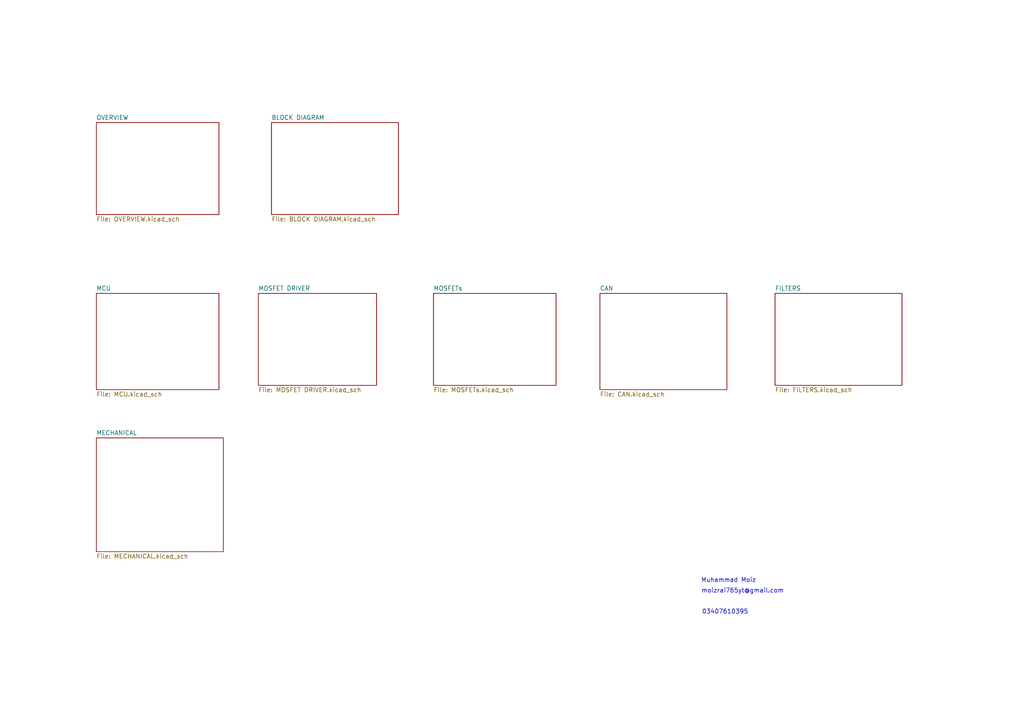
<source format=kicad_sch>
(kicad_sch
	(version 20231120)
	(generator "eeschema")
	(generator_version "8.0")
	(uuid "e63e39d7-6ac0-4ffd-8aa3-1841a4541b55")
	(paper "A4")
	(title_block
		(title "DF_ESC_rev01_1")
		(date "2025-01-29")
		(rev "rev01")
		(company "coVenture")
	)
	(lib_symbols)
	(text "${PROJECTNAME}"
		(exclude_from_sim no)
		(at 140.462 24.892 0)
		(effects
			(font
				(size 8.128 8.128)
				(thickness 1.27)
				(bold yes)
			)
		)
		(uuid "20475be8-9567-46b1-aa17-45b449c701ae")
	)
	(text "Muhammad Moiz\n"
		(exclude_from_sim no)
		(at 211.328 168.402 0)
		(effects
			(font
				(size 1.27 1.27)
			)
		)
		(uuid "26daaf6d-e6b0-4cd7-8cb0-046963eb4f4d")
	)
	(text "moizrai765yt@gmail.com\n"
		(exclude_from_sim no)
		(at 215.392 171.45 0)
		(effects
			(font
				(size 1.27 1.27)
			)
		)
		(uuid "42c038f8-f2ce-474b-b44a-26bca8e7a6ac")
	)
	(text "03407610395\n"
		(exclude_from_sim no)
		(at 210.312 177.546 0)
		(effects
			(font
				(size 1.27 1.27)
			)
		)
		(uuid "bfae0847-1e56-4f0e-a31a-5f8ee1dfec13")
	)
	(sheet
		(at 224.79 85.09)
		(size 36.83 26.67)
		(fields_autoplaced yes)
		(stroke
			(width 0.1524)
			(type solid)
		)
		(fill
			(color 0 0 0 0.0000)
		)
		(uuid "09cac65b-5818-4684-a461-7ea181b7ddb0")
		(property "Sheetname" "FILTERS"
			(at 224.79 84.3784 0)
			(effects
				(font
					(size 1.27 1.27)
				)
				(justify left bottom)
			)
		)
		(property "Sheetfile" "FILTERS.kicad_sch"
			(at 224.79 112.3446 0)
			(effects
				(font
					(size 1.27 1.27)
				)
				(justify left top)
			)
		)
		(instances
			(project "DF_ESC_rev01_1"
				(path "/e63e39d7-6ac0-4ffd-8aa3-1841a4541b55"
					(page "8")
				)
			)
		)
	)
	(sheet
		(at 78.74 35.56)
		(size 36.83 26.67)
		(fields_autoplaced yes)
		(stroke
			(width 0.1524)
			(type solid)
		)
		(fill
			(color 0 0 0 0.0000)
		)
		(uuid "1ffb5a1e-118e-42bb-adab-0b3662d680ed")
		(property "Sheetname" "BLOCK DIAGRAM"
			(at 78.74 34.8484 0)
			(effects
				(font
					(size 1.27 1.27)
				)
				(justify left bottom)
			)
		)
		(property "Sheetfile" "BLOCK DIAGRAM.kicad_sch"
			(at 78.74 62.8146 0)
			(effects
				(font
					(size 1.27 1.27)
				)
				(justify left top)
			)
		)
		(instances
			(project "DF_ESC_rev01_1"
				(path "/e63e39d7-6ac0-4ffd-8aa3-1841a4541b55"
					(page "5")
				)
			)
		)
	)
	(sheet
		(at 27.94 85.09)
		(size 35.56 27.94)
		(fields_autoplaced yes)
		(stroke
			(width 0.1524)
			(type solid)
		)
		(fill
			(color 0 0 0 0.0000)
		)
		(uuid "3ebf94d4-658f-47ca-8949-34db2c5b837b")
		(property "Sheetname" "MCU"
			(at 27.94 84.3784 0)
			(effects
				(font
					(size 1.27 1.27)
				)
				(justify left bottom)
			)
		)
		(property "Sheetfile" "MCU.kicad_sch"
			(at 27.94 113.6146 0)
			(effects
				(font
					(size 1.27 1.27)
				)
				(justify left top)
			)
		)
		(instances
			(project "DF_ESC_rev01_1"
				(path "/e63e39d7-6ac0-4ffd-8aa3-1841a4541b55"
					(page "2")
				)
			)
		)
	)
	(sheet
		(at 27.94 35.56)
		(size 35.56 26.67)
		(fields_autoplaced yes)
		(stroke
			(width 0.1524)
			(type solid)
		)
		(fill
			(color 0 0 0 0.0000)
		)
		(uuid "47f2fa1d-34b4-4e33-a6bb-a88c7b887cf2")
		(property "Sheetname" "OVERVIEW"
			(at 27.94 34.8484 0)
			(effects
				(font
					(size 1.27 1.27)
				)
				(justify left bottom)
			)
		)
		(property "Sheetfile" "OVERVIEW.kicad_sch"
			(at 27.94 62.8146 0)
			(effects
				(font
					(size 1.27 1.27)
				)
				(justify left top)
			)
		)
		(instances
			(project "DF_ESC_rev01_1"
				(path "/e63e39d7-6ac0-4ffd-8aa3-1841a4541b55"
					(page "6")
				)
			)
		)
	)
	(sheet
		(at 74.93 85.09)
		(size 34.29 26.67)
		(fields_autoplaced yes)
		(stroke
			(width 0.1524)
			(type solid)
		)
		(fill
			(color 0 0 0 0.0000)
		)
		(uuid "75814875-39ca-4c03-a410-7f9a1bf6a43b")
		(property "Sheetname" "MOSFET DRIVER"
			(at 74.93 84.3784 0)
			(effects
				(font
					(size 1.27 1.27)
				)
				(justify left bottom)
			)
		)
		(property "Sheetfile" "MOSFET DRIVER.kicad_sch"
			(at 74.93 112.3446 0)
			(effects
				(font
					(size 1.27 1.27)
				)
				(justify left top)
			)
		)
		(instances
			(project "DF_ESC_rev01_1"
				(path "/e63e39d7-6ac0-4ffd-8aa3-1841a4541b55"
					(page "7")
				)
			)
		)
	)
	(sheet
		(at 173.99 85.09)
		(size 36.83 27.94)
		(fields_autoplaced yes)
		(stroke
			(width 0.1524)
			(type solid)
		)
		(fill
			(color 0 0 0 0.0000)
		)
		(uuid "76dd35d6-7b55-4838-98f2-ee42210d7296")
		(property "Sheetname" "CAN"
			(at 173.99 84.3784 0)
			(effects
				(font
					(size 1.27 1.27)
				)
				(justify left bottom)
			)
		)
		(property "Sheetfile" "CAN.kicad_sch"
			(at 173.99 113.6146 0)
			(effects
				(font
					(size 1.27 1.27)
				)
				(justify left top)
			)
		)
		(instances
			(project "DF_ESC_rev01_1"
				(path "/e63e39d7-6ac0-4ffd-8aa3-1841a4541b55"
					(page "3")
				)
			)
		)
	)
	(sheet
		(at 125.73 85.09)
		(size 35.56 26.67)
		(fields_autoplaced yes)
		(stroke
			(width 0.1524)
			(type solid)
		)
		(fill
			(color 0 0 0 0.0000)
		)
		(uuid "9a0f3e7c-c741-4f72-a420-b5ade149b6b8")
		(property "Sheetname" "MOSFETs"
			(at 125.73 84.3784 0)
			(effects
				(font
					(size 1.27 1.27)
				)
				(justify left bottom)
			)
		)
		(property "Sheetfile" "MOSFETs.kicad_sch"
			(at 125.73 112.3446 0)
			(effects
				(font
					(size 1.27 1.27)
				)
				(justify left top)
			)
		)
		(instances
			(project "DF_ESC_rev01_1"
				(path "/e63e39d7-6ac0-4ffd-8aa3-1841a4541b55"
					(page "4")
				)
			)
		)
	)
	(sheet
		(at 27.94 127)
		(size 36.83 33.02)
		(fields_autoplaced yes)
		(stroke
			(width 0.1524)
			(type solid)
		)
		(fill
			(color 0 0 0 0.0000)
		)
		(uuid "adb8f805-0801-4e09-8a4f-83ab164c8b95")
		(property "Sheetname" "MECHANICAL"
			(at 27.94 126.2884 0)
			(effects
				(font
					(size 1.27 1.27)
				)
				(justify left bottom)
			)
		)
		(property "Sheetfile" "MECHANICAL.kicad_sch"
			(at 27.94 160.6046 0)
			(effects
				(font
					(size 1.27 1.27)
				)
				(justify left top)
			)
		)
		(instances
			(project "DF_ESC_rev01_1"
				(path "/e63e39d7-6ac0-4ffd-8aa3-1841a4541b55"
					(page "9")
				)
			)
		)
	)
	(sheet_instances
		(path "/"
			(page "1")
		)
	)
)

</source>
